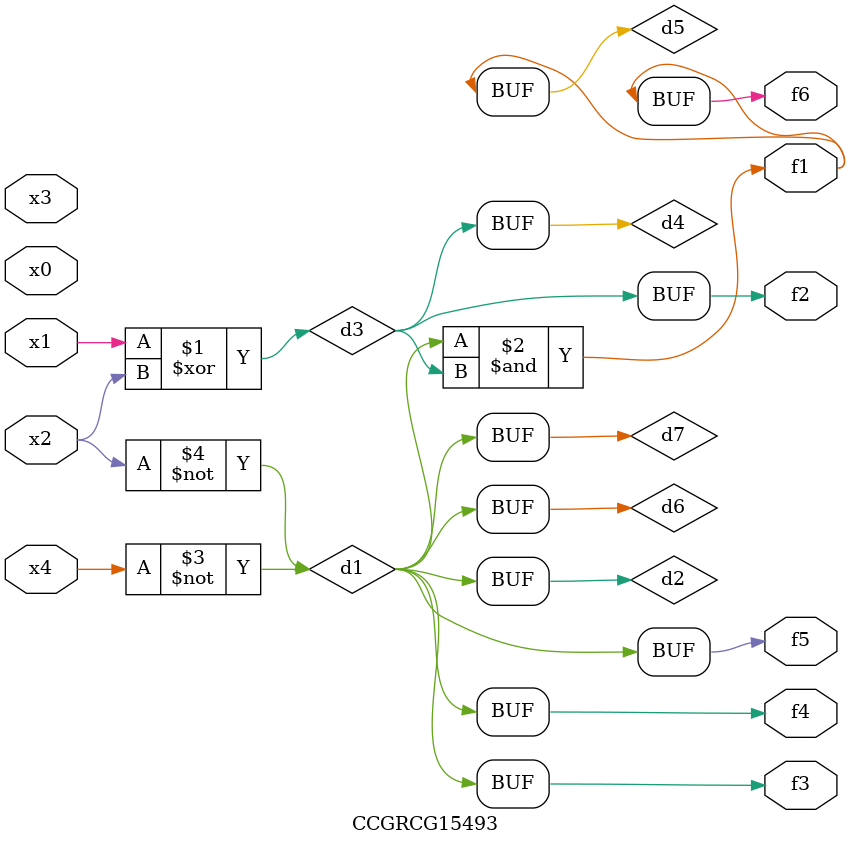
<source format=v>
module CCGRCG15493(
	input x0, x1, x2, x3, x4,
	output f1, f2, f3, f4, f5, f6
);

	wire d1, d2, d3, d4, d5, d6, d7;

	not (d1, x4);
	not (d2, x2);
	xor (d3, x1, x2);
	buf (d4, d3);
	and (d5, d1, d3);
	buf (d6, d1, d2);
	buf (d7, d2);
	assign f1 = d5;
	assign f2 = d4;
	assign f3 = d7;
	assign f4 = d7;
	assign f5 = d7;
	assign f6 = d5;
endmodule

</source>
